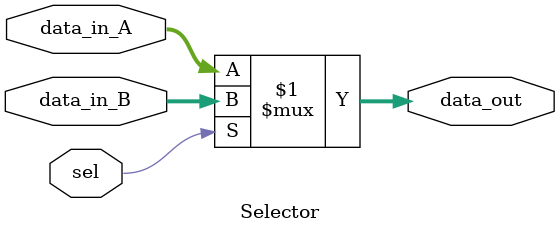
<source format=v>
module Selector(data_in_A, data_in_B, sel, data_out);
    input sel;
    input [10:0] data_in_A, data_in_B;
    output [10:0] data_out;

    assign data_out = (sel) ? data_in_B : data_in_A;
endmodule
</source>
